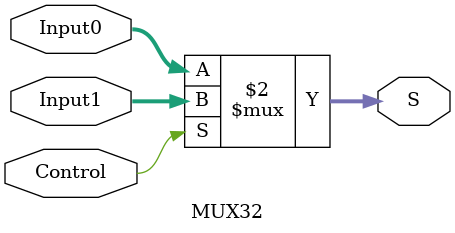
<source format=v>
`default_nettype wire

module MUX32
    (
    input [31:0] Input0,
    input [31:0] Input1,
    input Control,
    output [31:0] S
);
    assign S = (Control == 1'b0 ? Input0 : Input1);
endmodule

</source>
